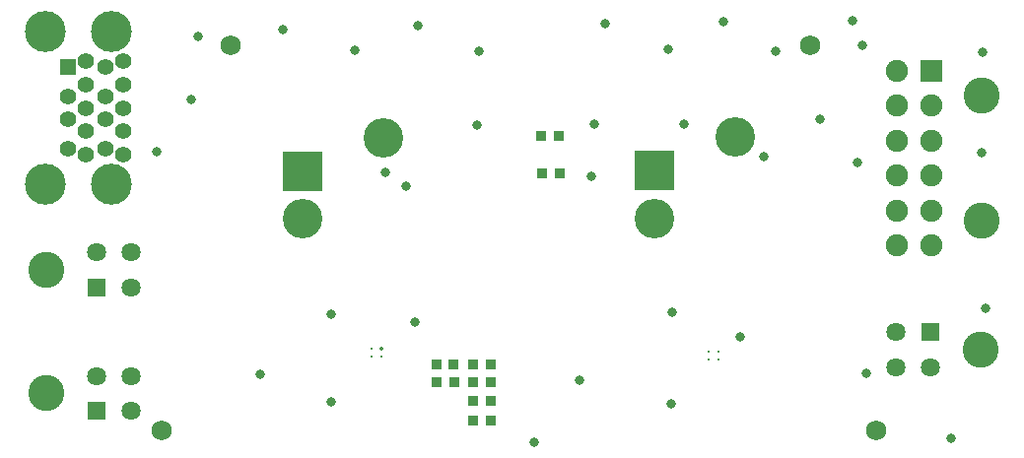
<source format=gts>
G04*
G04 #@! TF.GenerationSoftware,Altium Limited,Altium Designer,20.1.14 (287)*
G04*
G04 Layer_Color=8388736*
%FSLAX25Y25*%
%MOIN*%
G70*
G04*
G04 #@! TF.SameCoordinates,F3919BB7-7B28-4886-AACB-0E40FDAB0E15*
G04*
G04*
G04 #@! TF.FilePolarity,Negative*
G04*
G01*
G75*
%ADD15R,0.03543X0.03543*%
%ADD16C,0.13394*%
%ADD17R,0.13394X0.13394*%
%ADD18C,0.01181*%
%ADD19O,0.01575X0.01181*%
%ADD20C,0.06417*%
%ADD21C,0.05556*%
%ADD22C,0.07480*%
%ADD23R,0.06417X0.06417*%
%ADD24R,0.07480X0.07480*%
%ADD25R,0.05556X0.05556*%
%ADD26C,0.06800*%
%ADD27C,0.13855*%
%ADD28C,0.12205*%
%ADD29C,0.03162*%
D15*
X156697Y12540D02*
D03*
X162603D02*
D03*
X156657Y19110D02*
D03*
X162563D02*
D03*
X156767Y31710D02*
D03*
X162673D02*
D03*
X156767Y25690D02*
D03*
X162673D02*
D03*
X144277Y25700D02*
D03*
X150183D02*
D03*
X144197Y31600D02*
D03*
X150103D02*
D03*
X179937Y96270D02*
D03*
X185843D02*
D03*
X179657Y108910D02*
D03*
X185563D02*
D03*
D16*
X99052Y80832D02*
D03*
X126490Y108270D02*
D03*
X217882Y81062D02*
D03*
X245320Y108500D02*
D03*
D17*
X99052Y96905D02*
D03*
X217882Y97135D02*
D03*
D18*
X122450Y37006D02*
D03*
Y34250D02*
D03*
X125599D02*
D03*
X236389Y36086D02*
D03*
Y33330D02*
D03*
X239539D02*
D03*
Y36086D02*
D03*
D19*
X125599Y37006D02*
D03*
D20*
X299619Y30664D02*
D03*
X41149Y57679D02*
D03*
X29338Y27690D02*
D03*
X41149Y15879D02*
D03*
Y27690D02*
D03*
Y69490D02*
D03*
X29338D02*
D03*
X311430Y30664D02*
D03*
X299619Y42475D02*
D03*
D21*
X38224Y126307D02*
D03*
X19720Y122370D02*
D03*
X25626Y126307D02*
D03*
Y134181D02*
D03*
X32318Y132212D02*
D03*
X19720Y104654D02*
D03*
Y114496D02*
D03*
X32318Y104654D02*
D03*
Y122370D02*
D03*
Y114496D02*
D03*
X25626Y102685D02*
D03*
Y110559D02*
D03*
Y118433D02*
D03*
X38224Y134181D02*
D03*
Y102685D02*
D03*
Y110559D02*
D03*
Y118433D02*
D03*
D22*
X299998Y95501D02*
D03*
Y130934D02*
D03*
X311809Y107312D02*
D03*
X299998D02*
D03*
Y71879D02*
D03*
Y119123D02*
D03*
X311809D02*
D03*
Y95501D02*
D03*
Y83690D02*
D03*
X299998D02*
D03*
X311809Y71879D02*
D03*
D23*
X311430Y42475D02*
D03*
X29338Y57679D02*
D03*
Y15879D02*
D03*
D24*
X311809Y130934D02*
D03*
D25*
X19720Y132212D02*
D03*
D26*
X74803Y139764D02*
D03*
X270530D02*
D03*
X292880Y9260D02*
D03*
X51440Y9260D02*
D03*
D27*
X11846Y144299D02*
D03*
Y92567D02*
D03*
X34208D02*
D03*
Y144299D02*
D03*
D28*
X12330Y21784D02*
D03*
Y63585D02*
D03*
X328738Y80344D02*
D03*
Y122469D02*
D03*
X328438Y36569D02*
D03*
D29*
X329958Y50635D02*
D03*
X318360Y6564D02*
D03*
X63552Y142764D02*
D03*
X49746Y103577D02*
D03*
X61233Y121270D02*
D03*
X157900Y112620D02*
D03*
X197578Y113040D02*
D03*
X196755Y95346D02*
D03*
X228029Y113040D02*
D03*
X255085Y101826D02*
D03*
X286608Y99885D02*
D03*
X274117Y114686D02*
D03*
X328738Y103375D02*
D03*
X328847Y137319D02*
D03*
X288261Y139764D02*
D03*
X285023Y147856D02*
D03*
X258962Y137540D02*
D03*
X241225Y147676D02*
D03*
X222766Y138264D02*
D03*
X201411Y146951D02*
D03*
X158519Y137721D02*
D03*
X138068Y146227D02*
D03*
X116713Y138083D02*
D03*
X92462Y144779D02*
D03*
X192770Y26116D02*
D03*
X137140Y45970D02*
D03*
X289770Y28600D02*
D03*
X133900Y92090D02*
D03*
X126840Y96670D02*
D03*
X224060Y49130D02*
D03*
X246890Y41090D02*
D03*
X223740Y18120D02*
D03*
X177450Y5210D02*
D03*
X108570Y48460D02*
D03*
X84800Y28330D02*
D03*
X108570Y19070D02*
D03*
M02*

</source>
